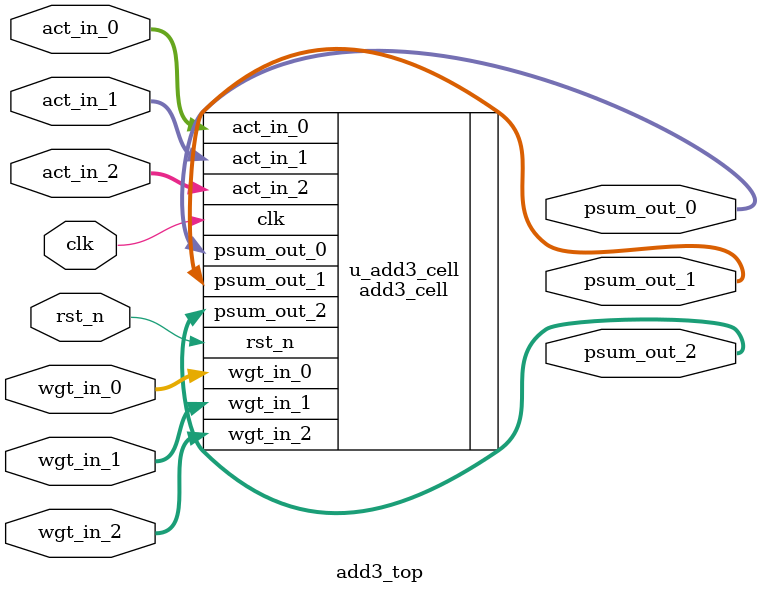
<source format=sv>
`default_nettype wire
`timescale 1ns / 1ps

module add3_top (
  input  clk,
  input  rst_n,
  input [7:0] act_in_0,
  input [7:0] act_in_1,
  input [7:0] act_in_2,
  input [7:0] wgt_in_0,
  input [7:0] wgt_in_1,
  input [7:0] wgt_in_2,
  output[31:0] psum_out_0,
  output[31:0] psum_out_1,
  output[31:0] psum_out_2
);

  // ==================================================================
  // 📌 请在此处实例化你的子模块（如 PE 阵列、FIFO、控制器等）
  // 示例：
  //   my_pe_array u_pe (
  //     .clk(clk),
  //     .rst_n(rst_n),
  //     .act_in(act_in_0),
  //     ...
  //   );
  // ==================================================================
   add3_cell u_add3_cell (
     .clk(clk),
     .rst_n(rst_n),
     .act_in_0(act_in_0),
     .act_in_1(act_in_1),
     .act_in_2(act_in_2),
     .wgt_in_0(wgt_in_0),
     .wgt_in_1(wgt_in_1),
     .wgt_in_2(wgt_in_2),
     .psum_out_0(psum_out_0),
     .psum_out_1(psum_out_1),
     .psum_out_2(psum_out_2)
   );
  // TODO: Replace this comment with your module instantiations or logic.

endmodule

</source>
